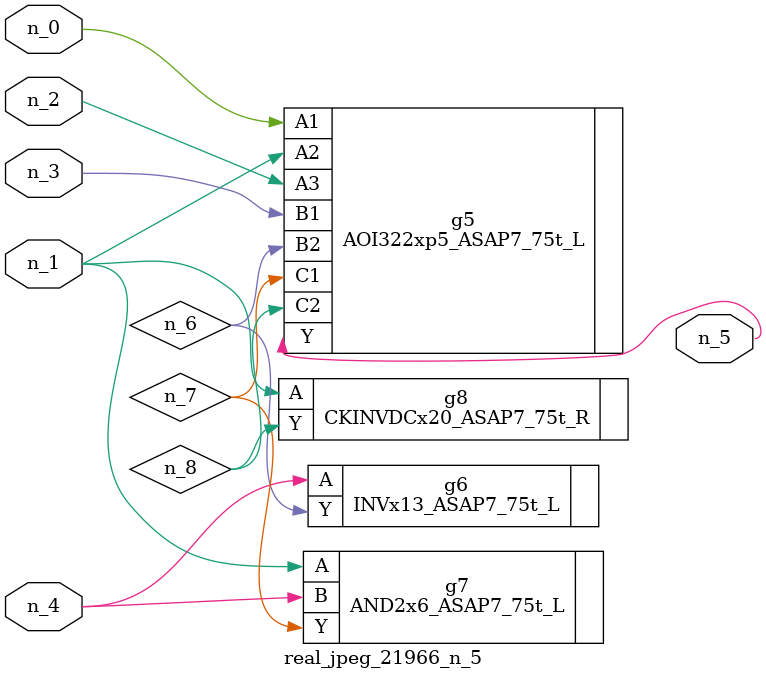
<source format=v>
module real_jpeg_21966_n_5 (n_4, n_0, n_1, n_2, n_3, n_5);

input n_4;
input n_0;
input n_1;
input n_2;
input n_3;

output n_5;

wire n_8;
wire n_6;
wire n_7;

AOI322xp5_ASAP7_75t_L g5 ( 
.A1(n_0),
.A2(n_1),
.A3(n_2),
.B1(n_3),
.B2(n_6),
.C1(n_7),
.C2(n_8),
.Y(n_5)
);

AND2x6_ASAP7_75t_L g7 ( 
.A(n_1),
.B(n_4),
.Y(n_7)
);

CKINVDCx20_ASAP7_75t_R g8 ( 
.A(n_1),
.Y(n_8)
);

INVx13_ASAP7_75t_L g6 ( 
.A(n_4),
.Y(n_6)
);


endmodule
</source>
